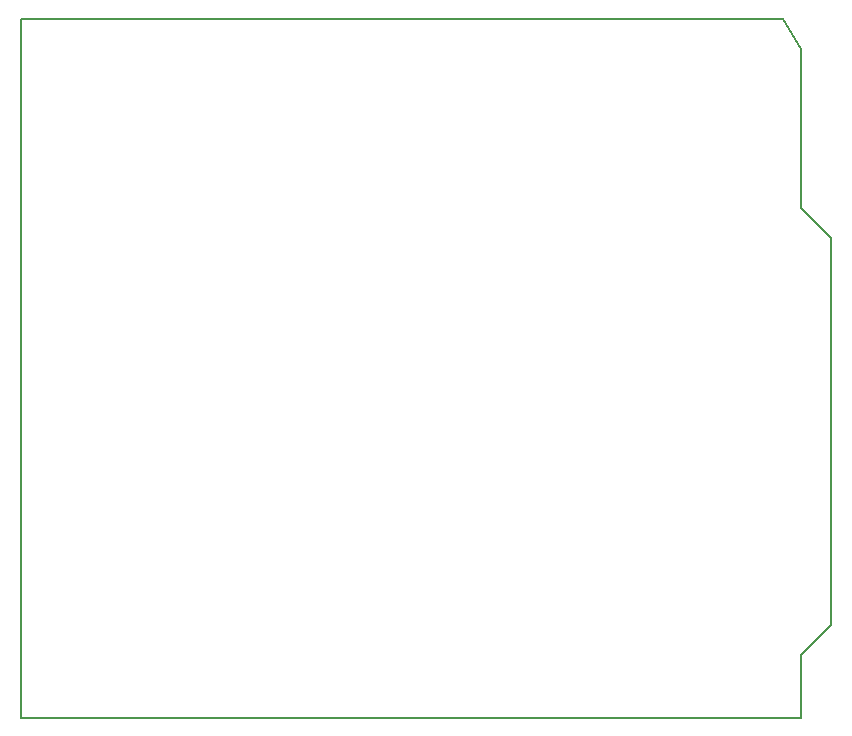
<source format=gbr>
G04 #@! TF.FileFunction,Profile,NP*
%FSLAX46Y46*%
G04 Gerber Fmt 4.6, Leading zero omitted, Abs format (unit mm)*
G04 Created by KiCad (PCBNEW 4.0.6) date 08/09/17 12:21:06*
%MOMM*%
%LPD*%
G01*
G04 APERTURE LIST*
%ADD10C,0.100000*%
%ADD11C,0.150000*%
G04 APERTURE END LIST*
D10*
D11*
X177038000Y-72517000D02*
X175514000Y-69977000D01*
X177038000Y-85979000D02*
X177038000Y-72517000D01*
X179578000Y-88519000D02*
X177038000Y-85979000D01*
X179578000Y-121285000D02*
X179578000Y-88519000D01*
X177038000Y-123825000D02*
X179578000Y-121285000D01*
X177038000Y-129159000D02*
X177038000Y-123825000D01*
X110998000Y-129159000D02*
X177038000Y-129159000D01*
X110998000Y-69977000D02*
X110998000Y-129159000D01*
X175514000Y-69977000D02*
X110998000Y-69977000D01*
M02*

</source>
